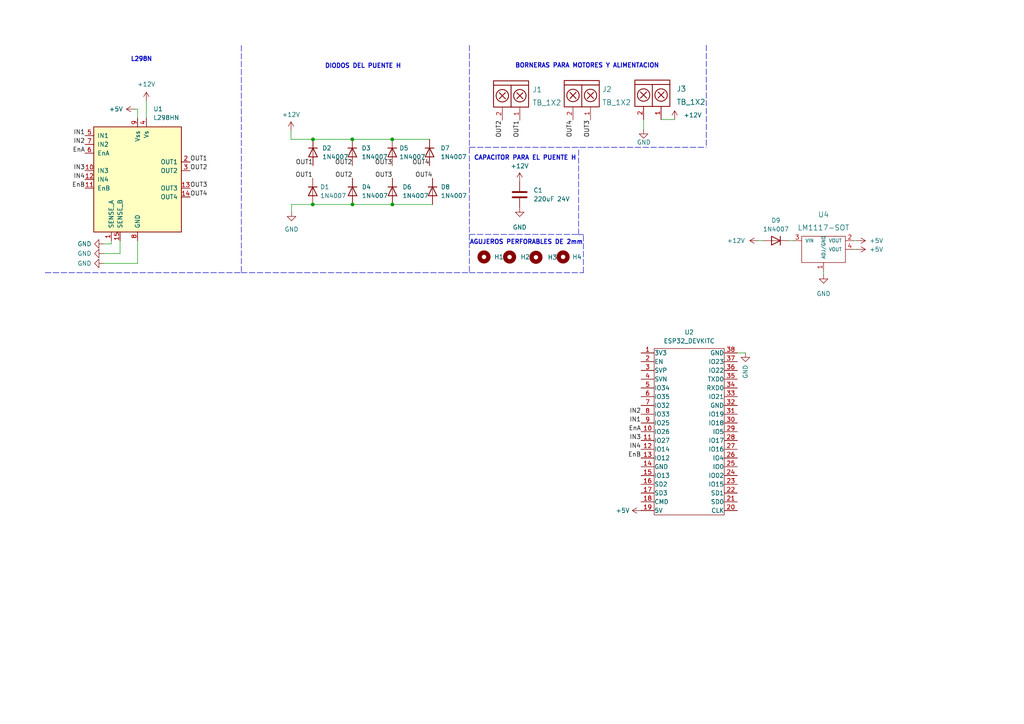
<source format=kicad_sch>
(kicad_sch (version 20211123) (generator eeschema)
  (paper "A4")
  (lib_symbols
    (symbol "Device:C" (pin_numbers hide) (pin_names (offset 0.254))
      (property "Reference" "C" (at 0.635 2.54 0))
      (property "Value" "C" (at 0.635 -2.54 0))
      (symbol "C_0_1"
        (polyline (pts (xy -2.032 -0.762) (xy 2.032 -0.762)) (stroke (width 0.508)))
        (polyline (pts (xy -2.032 0.762) (xy 2.032 0.762)) (stroke (width 0.508)))
      )
      (symbol "C_1_1"
        (pin passive line (at 0 3.81 270) (length 2.794) (name "~") (number "1"))
        (pin passive line (at 0 -3.81 90) (length 2.794) (name "~") (number "2"))
      )
    )
    (symbol "Diode:1N4007" (pin_numbers hide) (pin_names (offset 1.016) hide)
      (property "Reference" "D" (at 0 2.54 0))
      (property "Value" "1N4007" (at 0 -2.54 0))
      (symbol "1N4007_0_1"
        (polyline (pts (xy -1.27 1.27) (xy -1.27 -1.27)) (stroke (width 0.254)))
        (polyline (pts (xy 1.27 0) (xy -1.27 0)))
        (polyline (pts (xy 1.27 1.27) (xy 1.27 -1.27) (xy -1.27 0) (xy 1.27 1.27)) (stroke (width 0.254)))
      )
      (symbol "1N4007_1_1"
        (pin passive line (at -3.81 0 0) (length 2.54) (name "K") (number "1"))
        (pin passive line (at 3.81 0 180) (length 2.54) (name "A") (number "2"))
      )
    )
    (symbol "Driver_Motor:L298HN" (pin_names (offset 1.016))
      (property "Reference" "U" (at -10.16 16.51 0))
      (property "Value" "L298HN" (at 12.7 16.51 0))
      (symbol "L298HN_0_1"
        (rectangle (start -12.7 15.24) (end 12.7 -15.24) (stroke (width 0.254)) (fill (type background)))
      )
      (symbol "L298HN_1_1"
        (pin power_in line (at -7.62 -17.78 90) (length 2.54) (name "SENSE_A") (number "1"))
        (pin input line (at -15.24 2.54 0) (length 2.54) (name "IN3") (number "10"))
        (pin input line (at -15.24 -2.54 0) (length 2.54) (name "EnB") (number "11"))
        (pin input line (at -15.24 0 0) (length 2.54) (name "IN4") (number "12"))
        (pin output line (at 15.24 -2.54 180) (length 2.54) (name "OUT3") (number "13"))
        (pin output line (at 15.24 -5.08 180) (length 2.54) (name "OUT4") (number "14"))
        (pin power_in line (at -5.08 -17.78 90) (length 2.54) (name "SENSE_B") (number "15"))
        (pin output line (at 15.24 5.08 180) (length 2.54) (name "OUT1") (number "2"))
        (pin output line (at 15.24 2.54 180) (length 2.54) (name "OUT2") (number "3"))
        (pin power_in line (at 2.54 17.78 270) (length 2.54) (name "Vs") (number "4"))
        (pin input line (at -15.24 12.7 0) (length 2.54) (name "IN1") (number "5"))
        (pin input line (at -15.24 7.62 0) (length 2.54) (name "EnA") (number "6"))
        (pin input line (at -15.24 10.16 0) (length 2.54) (name "IN2") (number "7"))
        (pin power_in line (at 0 -17.78 90) (length 2.54) (name "GND") (number "8"))
        (pin power_in line (at 0 17.78 270) (length 2.54) (name "Vss") (number "9"))
      )
    )
    (symbol "EESTN5:ESP32_DEVKITC" (pin_names (offset 0.0254))
      (property "Reference" "U" (at 0 25.4 0))
      (property "Value" "ESP32_DEVKITC" (at 0 -25.4 0))
      (symbol "ESP32_DEVKITC_0_1"
        (rectangle (start -10.16 24.13) (end 10.16 -24.13))
      )
      (symbol "ESP32_DEVKITC_1_1"
        (pin passive line (at -13.97 22.86 0) (length 3.81) (name "3V3") (number "1"))
        (pin passive line (at -13.97 0 0) (length 3.81) (name "IO26") (number "10"))
        (pin passive line (at -13.97 -2.54 0) (length 3.81) (name "IO27") (number "11"))
        (pin passive line (at -13.97 -5.08 0) (length 3.81) (name "IO14") (number "12"))
        (pin passive line (at -13.97 -7.62 0) (length 3.81) (name "IO12") (number "13"))
        (pin passive line (at -13.97 -10.16 0) (length 3.81) (name "GND") (number "14"))
        (pin passive line (at -13.97 -12.7 0) (length 3.81) (name "IO13") (number "15"))
        (pin passive line (at -13.97 -15.24 0) (length 3.81) (name "SD2") (number "16"))
        (pin passive line (at -13.97 -17.78 0) (length 3.81) (name "SD3") (number "17"))
        (pin passive line (at -13.97 -20.32 0) (length 3.81) (name "CMD") (number "18"))
        (pin passive line (at -13.97 -22.86 0) (length 3.81) (name "5V") (number "19"))
        (pin passive line (at -13.97 20.32 0) (length 3.81) (name "EN") (number "2"))
        (pin passive line (at 13.97 -22.86 180) (length 3.81) (name "CLK") (number "20"))
        (pin passive line (at 13.97 -20.32 180) (length 3.81) (name "SD0") (number "21"))
        (pin passive line (at 13.97 -17.78 180) (length 3.81) (name "SD1") (number "22"))
        (pin passive line (at 13.97 -15.24 180) (length 3.81) (name "IO15") (number "23"))
        (pin passive line (at 13.97 -12.7 180) (length 3.81) (name "IO02") (number "24"))
        (pin passive line (at 13.97 -10.16 180) (length 3.81) (name "IO0") (number "25"))
        (pin passive line (at 13.97 -7.62 180) (length 3.81) (name "IO4") (number "26"))
        (pin passive line (at 13.97 -5.08 180) (length 3.81) (name "IO16") (number "27"))
        (pin passive line (at 13.97 -2.54 180) (length 3.81) (name "IO17") (number "28"))
        (pin passive line (at 13.97 0 180) (length 3.81) (name "IO5") (number "29"))
        (pin passive line (at -13.97 17.78 0) (length 3.81) (name "SVP") (number "3"))
        (pin passive line (at 13.97 2.54 180) (length 3.81) (name "IO18") (number "30"))
        (pin passive line (at 13.97 5.08 180) (length 3.81) (name "IO19") (number "31"))
        (pin passive line (at 13.97 7.62 180) (length 3.81) (name "GND") (number "32"))
        (pin passive line (at 13.97 10.16 180) (length 3.81) (name "IO21") (number "33"))
        (pin passive line (at 13.97 12.7 180) (length 3.81) (name "RXD0") (number "34"))
        (pin passive line (at 13.97 15.24 180) (length 3.81) (name "TXD0") (number "35"))
        (pin passive line (at 13.97 17.78 180) (length 3.81) (name "IO22") (number "36"))
        (pin passive line (at 13.97 20.32 180) (length 3.81) (name "IO23") (number "37"))
        (pin passive line (at 13.97 22.86 180) (length 3.81) (name "GND") (number "38"))
        (pin passive line (at -13.97 15.24 0) (length 3.81) (name "SVN") (number "4"))
        (pin passive line (at -13.97 12.7 0) (length 3.81) (name "IO34") (number "5"))
        (pin passive line (at -13.97 10.16 0) (length 3.81) (name "IO35") (number "6"))
        (pin passive line (at -13.97 7.62 0) (length 3.81) (name "IO32") (number "7"))
        (pin passive line (at -13.97 5.08 0) (length 3.81) (name "IO33") (number "8"))
        (pin passive line (at -13.97 2.54 0) (length 3.81) (name "IO25") (number "9"))
      )
    )
    (symbol "EESTN5:LM1117-SOT" (pin_names (offset 1.016))
      (property "Reference" "U" (at 0 5.08 0))
      (property "Value" "LM1117-SOT" (at 0 2.54 0))
      (property "Datasheet" "http://www.mouser.com/ds/2/282/lm1117-n-7107.pdf" (at 0 0 0))
      (symbol "LM1117-SOT_0_1"
        (rectangle (start -6.35 1.27) (end 6.35 -6.35))
      )
      (symbol "LM1117-SOT_1_1"
        (pin input line (at 0 -8.89 90) (length 2.54) (name "ADJ/GND") (number "1"))
        (pin input line (at 8.89 0 180) (length 2.54) (name "VOUT") (number "2"))
        (pin input line (at -8.89 0 0) (length 2.54) (name "VIN") (number "3"))
        (pin input line (at 8.89 -2.54 180) (length 2.54) (name "VOUT") (number "4"))
      )
    )
    (symbol "EESTN5:Mounting_Hole" (pin_names (offset 1.016))
      (property "Reference" "H" (at 0 5.08 0))
      (symbol "Mounting_Hole_0_1"
        (circle (center 0 0) (radius 1.27) (stroke (width 1.27)))
      )
    )
    (symbol "EESTN5:TB_1X2" (pin_names (offset 1.016))
      (property "Reference" "J" (at 0 7.62 0))
      (property "Value" "TB_1X2" (at 1.27 -7.62 0))
      (symbol "TB_1X2_0_1"
        (rectangle (start -2.54 5.08) (end 5.08 -5.08) (stroke (width 0.254)))
        (polyline (pts (xy -1.27 0) (xy 5.08 0)) (stroke (width 0.254)))
        (polyline (pts (xy -1.27 5.08) (xy -1.27 -5.08)) (stroke (width 0.254)))
        (polyline (pts (xy 0.889 -3.429) (xy 2.667 -1.651)) (stroke (width 0.254)))
        (polyline (pts (xy 0.889 -1.651) (xy 2.667 -3.429)) (stroke (width 0.254)))
        (polyline (pts (xy 0.889 1.651) (xy 2.667 3.429)) (stroke (width 0.254)))
        (polyline (pts (xy 0.889 3.429) (xy 2.667 1.651)) (stroke (width 0.254)))
        (circle (center 1.778 -2.54) (radius 1.8034) (stroke (width 0.254)))
        (circle (center 1.778 2.54) (radius 1.8034) (stroke (width 0.254)))
      )
      (symbol "TB_1X2_1_1"
        (pin input line (at 8.89 2.54 180) (length 3.81) (name "~") (number "1"))
        (pin input line (at 8.89 -2.54 180) (length 3.81) (name "~") (number "2"))
      )
    )
    (symbol "power:+12V" (power) (pin_names (offset 0))
      (property "Value" "+12V" (at 0 3.556 0))
      (symbol "+12V_0_1"
        (polyline (pts (xy -0.762 1.27) (xy 0 2.54)))
        (polyline (pts (xy 0 0) (xy 0 2.54)))
        (polyline (pts (xy 0 2.54) (xy 0.762 1.27)))
      )
      (symbol "+12V_1_1"
        (pin power_in line (at 0 0 90) (length 0) hide (name "+12V") (number "1"))
      )
    )
    (symbol "power:+5V" (power) (pin_names (offset 0))
      (property "Value" "+5V" (at 0 3.556 0))
      (symbol "+5V_0_1"
        (polyline (pts (xy -0.762 1.27) (xy 0 2.54)))
        (polyline (pts (xy 0 0) (xy 0 2.54)))
        (polyline (pts (xy 0 2.54) (xy 0.762 1.27)))
      )
      (symbol "+5V_1_1"
        (pin power_in line (at 0 0 90) (length 0) hide (name "+5V") (number "1"))
      )
    )
    (symbol "power:GND" (power) (pin_names (offset 0))
      (property "Value" "GND" (at 0 -3.81 0))
      (symbol "GND_0_1"
        (polyline (pts (xy 0 0) (xy 0 -1.27) (xy 1.27 -1.27) (xy 0 -2.54) (xy -1.27 -1.27) (xy 0 -1.27)))
      )
      (symbol "GND_1_1"
        (pin power_in line (at 0 0 270) (length 0) hide (name "GND") (number "1"))
      )
    )
  )
  (junction (at 113.8174 59.309))
  (junction (at 90.7796 40.4114))
  (junction (at 90.7034 59.309))
  (junction (at 102.235 59.309))
  (junction (at 113.7666 40.4114))
  (junction (at 102.1842 40.4114))
  (wire (pts (xy 113.7666 40.4114) (xy 124.587 40.4114)))
  (wire (pts (xy 32.2834 70.739) (xy 29.972 70.739)))
  (wire (pts (xy 84.5566 59.309) (xy 84.5566 61.4934)))
  (wire (pts (xy 186.6646 34.671) (xy 186.6646 37.5666)))
  (polyline (pts (xy 136.144 79.0956) (xy 169.2148 79.0956)))
  (wire (pts (xy 191.7446 34.671) (xy 195.6816 34.671)))
  (wire (pts (xy 113.8174 59.309) (xy 102.235 59.309)))
  (polyline (pts (xy 136.144 67.9958) (xy 167.8178 67.9958)))
  (wire (pts (xy 216.2048 102.362) (xy 213.868 102.362)))
  (polyline (pts (xy 167.8178 67.9958) (xy 167.8178 42.7228)))
  (polyline (pts (xy 136.1694 42.7228) (xy 204.851 42.7228)))
  (wire (pts (xy 90.7034 59.309) (xy 84.5566 59.309)))
  (wire (pts (xy 125.4506 59.309) (xy 113.8174 59.309)))
  (wire (pts (xy 90.7796 40.4114) (xy 102.1842 40.4114)))
  (wire (pts (xy 39.1922 31.6484) (xy 39.9034 31.6484)))
  (polyline (pts (xy 70.0024 13.1826) (xy 70.0024 79.0956)))
  (wire (pts (xy 102.1842 40.4114) (xy 113.7666 40.4114)))
  (wire (pts (xy 39.9034 69.8246) (xy 39.9034 76.4032)))
  (wire (pts (xy 238.8616 78.6892) (xy 238.8616 79.629)))
  (wire (pts (xy 84.4042 40.4114) (xy 90.7796 40.4114)))
  (wire (pts (xy 34.8234 73.533) (xy 29.972 73.533)))
  (polyline (pts (xy 70.0024 79.0956) (xy 136.144 79.0956)))
  (polyline (pts (xy 136.144 13.1318) (xy 136.144 79.0956)))
  (wire (pts (xy 102.235 59.309) (xy 90.7034 59.309)))
  (polyline (pts (xy 204.851 13.1064) (xy 204.851 42.7228)))
  (wire (pts (xy 247.7516 72.3392) (xy 248.4628 72.3392)))
  (wire (pts (xy 220.0148 69.7992) (xy 221.234 69.7992)))
  (wire (pts (xy 42.4434 29.2862) (xy 42.4434 34.2646)))
  (polyline (pts (xy 13.1064 79.0956) (xy 70.0024 79.0956)))
  (polyline (pts (xy 169.2148 79.0956) (xy 169.2148 68.0212)))
  (wire (pts (xy 228.854 69.7992) (xy 229.9716 69.7992)))
  (wire (pts (xy 34.8234 69.8246) (xy 34.8234 73.533)))
  (wire (pts (xy 84.4042 37.8714) (xy 84.4042 40.4114)))
  (wire (pts (xy 39.9034 31.6484) (xy 39.9034 34.2646)))
  (wire (pts (xy 39.9034 76.4032) (xy 29.972 76.4032)))
  (wire (pts (xy 32.2834 69.8246) (xy 32.2834 70.739)))
  (wire (pts (xy 247.7516 69.7992) (xy 248.4628 69.7992)))
  (polyline (pts (xy 169.2148 68.0212) (xy 167.8432 68.0212)))
  (text "L298N \n" (at 37.8714 18.0086 0) (effects (font (size 1.27 1.27) (thickness 0.254) bold) (justify left bottom)))
  (text "DIODOS DEL PUENTE H" (at 94.1832 19.9898 0) (effects (font (size 1.27 1.27) (thickness 0.254) bold) (justify left bottom)))
  (text "BORNERAS PARA MOTORES Y ALIMENTACION\n\n" (at 149.352 21.9202 0) (effects (font (size 1.27 1.27) (thickness 0.254) bold) (justify left bottom)))
  (text "AGUJEROS PERFORABLES DE 2mm\n" (at 136.1694 71.0692 0) (effects (font (size 1.27 1.27) bold) (justify left bottom)))
  (text "CAPACITOR PARA EL PUENTE H" (at 137.414 46.6344 0) (effects (font (size 1.27 1.27) bold) (justify left bottom)))
  (label "EnB" (at 185.928 132.842 180))
  (label "OUT2" (at 102.1842 48.0314 180))
  (label "OUT2" (at 55.1434 49.5046 0))
  (label "OUT3" (at 55.1434 54.5846 0))
  (label "OUT1" (at 90.7796 48.0314 180))
  (label "OUT4" (at 125.4506 51.689 180))
  (label "IN1" (at 24.6634 39.3446 180))
  (label "OUT2" (at 145.6944 34.8742 270))
  (label "OUT1" (at 150.7744 34.8742 270))
  (label "IN4" (at 24.6634 52.0446 180))
  (label "IN1" (at 185.928 122.682 180))
  (label "OUT4" (at 55.1434 57.1246 0))
  (label "OUT2" (at 102.235 51.689 180))
  (label "OUT3" (at 113.7666 48.0314 180))
  (label "IN3" (at 24.6634 49.5046 180))
  (label "OUT3" (at 113.8174 51.689 180))
  (label "EnA" (at 24.6634 44.4246 180))
  (label "IN4" (at 185.928 130.302 180))
  (label "IN3" (at 185.928 127.762 180))
  (label "OUT3" (at 171.2722 34.798 270))
  (label "EnB" (at 24.6634 54.5846 180))
  (label "OUT4" (at 166.1922 34.798 270))
  (label "IN2" (at 24.6634 41.8846 180))
  (label "EnA" (at 185.928 125.222 180))
  (label "OUT4" (at 124.587 48.0314 180))
  (label "IN2" (at 185.928 120.142 180))
  (label "OUT1" (at 55.1434 46.9646 0))
  (label "OUT1" (at 90.7034 51.689 180))
  (symbol (lib_id "power:GND") (at 150.7236 60.2742 0) (unit 1)
    (property "Reference" "#PWR0103" (effects hide))
    (property "Value" "GND" (at 150.7236 65.9384 0))
  )
  (symbol (lib_id "power:GND") (at 29.972 70.739 270) (unit 1)
    (property "Reference" "#PWR0109" (effects hide))
    (property "Value" "GND" (at 26.543 70.7389 90) (effects (justify right)))
  )
  (symbol (lib_id "EESTN5:Mounting_Hole") (at 147.8026 74.549 0) (unit 1)
    (property "Reference" "H2" (at 150.9522 74.5489 0) (effects (justify left)))
    (property "Value" "Mounting_Hole" (effects hide))
    (property "Footprint" "EESTN5:Tornillo_M3_8mm" (effects hide))
  )
  (symbol (lib_id "EESTN5:Mounting_Hole") (at 155.448 74.6252 0) (unit 1)
    (property "Reference" "H3" (at 158.8516 74.6251 0) (effects (justify left)))
    (property "Value" "Mounting_Hole" (effects hide))
    (property "Footprint" "EESTN5:Tornillo_M3_8mm" (effects hide))
  )
  (symbol (lib_id "power:GND") (at 29.972 73.533 270) (unit 1)
    (property "Reference" "#PWR0110" (effects hide))
    (property "Value" "GND" (at 22.4536 73.533 90) (effects (justify left)))
  )
  (symbol (lib_id "EESTN5:TB_1X2") (at 168.7322 25.908 270) (unit 1)
    (property "Reference" "J2" (at 174.5996 25.908 90) (effects (font (size 1.524 1.524)) (justify left)))
    (property "Value" "TB_1X2" (at 174.5996 29.718 90) (effects (font (size 1.524 1.524)) (justify left)))
    (property "Footprint" "EESTN5:BORNERA2_AZUL" (effects hide))
  )
  (symbol (lib_id "Diode:1N4007") (at 125.4506 55.499 270) (unit 1)
    (property "Reference" "D8" (at 127.8382 54.2289 90) (effects (justify left)))
    (property "Value" "1N4007" (at 127.8382 56.7689 90) (effects (justify left)))
    (property "Footprint" "Diode_SMD:D_0805_2012Metric" (effects hide))
    (property "Datasheet" "http://www.vishay.com/docs/88503/1n4001.pdf" (effects hide))
  )
  (symbol (lib_id "EESTN5:TB_1X2") (at 148.2344 25.9842 270) (unit 1)
    (property "Reference" "J1" (at 154.3812 25.9842 90) (effects (font (size 1.524 1.524)) (justify left)))
    (property "Value" "TB_1X2" (at 154.3812 29.7942 90) (effects (font (size 1.524 1.524)) (justify left)))
    (property "Footprint" "EESTN5:BORNERA2_AZUL" (effects hide))
  )
  (symbol (lib_id "Diode:1N4007") (at 102.1842 44.2214 270) (unit 1)
    (property "Reference" "D3" (at 104.8512 42.9513 90) (effects (justify left)))
    (property "Value" "1N4007" (at 104.8512 45.4913 90) (effects (justify left)))
    (property "Footprint" "Diode_SMD:D_0805_2012Metric" (effects hide))
    (property "Datasheet" "http://www.vishay.com/docs/88503/1n4001.pdf" (effects hide))
  )
  (symbol (lib_id "Driver_Motor:L298HN") (at 39.9034 52.0446 0) (unit 1)
    (property "Reference" "U1" (at 44.4628 31.5976 0) (effects (justify left)))
    (property "Value" "L298HN" (at 44.4628 34.1376 0) (effects (justify left)))
    (property "Footprint" "Package_TO_SOT_THT:TO-220-15_P2.54x2.54mm_StaggerOdd_Lead4.58mm_Vertical" (effects hide))
    (property "Datasheet" "http://www.st.com/st-web-ui/static/active/en/resource/technical/document/datasheet/CD00000240.pdf" (effects hide))
  )
  (symbol (lib_id "Diode:1N4007") (at 225.044 69.7992 180) (unit 1)
    (property "Reference" "D9" (at 225.044 63.9318 0))
    (property "Value" "1N4007" (at 225.044 66.4718 0))
    (property "Footprint" "Diode_SMD:D_0805_2012Metric" (effects hide))
    (property "Datasheet" "http://www.vishay.com/docs/88503/1n4001.pdf" (effects hide))
  )
  (symbol (lib_id "EESTN5:Mounting_Hole") (at 140.3858 74.5236 0) (unit 1)
    (property "Reference" "H1" (at 143.3322 74.5235 0) (effects (justify left)))
    (property "Value" "Mounting_Hole" (effects hide))
    (property "Footprint" "EESTN5:Tornillo_M3_8mm" (effects hide))
  )
  (symbol (lib_id "Diode:1N4007") (at 113.8174 55.499 270) (unit 1)
    (property "Reference" "D6" (at 116.713 54.2289 90) (effects (justify left)))
    (property "Value" "1N4007" (at 116.713 56.7689 90) (effects (justify left)))
    (property "Footprint" "Diode_SMD:D_0805_2012Metric" (effects hide))
    (property "Datasheet" "http://www.vishay.com/docs/88503/1n4001.pdf" (effects hide))
  )
  (symbol (lib_id "Diode:1N4007") (at 124.587 44.2214 270) (unit 1)
    (property "Reference" "D7" (at 127.762 42.9513 90) (effects (justify left)))
    (property "Value" "1N4007" (at 127.762 45.4913 90) (effects (justify left)))
    (property "Footprint" "Diode_SMD:D_0805_2012Metric" (effects hide))
    (property "Datasheet" "http://www.vishay.com/docs/88503/1n4001.pdf" (effects hide))
  )
  (symbol (lib_id "power:+5V") (at 185.928 148.082 90) (unit 1)
    (property "Reference" "#PWR0112" (effects hide))
    (property "Value" "+5V" (at 182.6514 148.0819 90) (effects (justify left)))
  )
  (symbol (lib_id "Diode:1N4007") (at 90.7034 55.499 270) (unit 1)
    (property "Reference" "D1" (at 92.837 54.2289 90) (effects (justify left)))
    (property "Value" "1N4007" (at 92.837 56.7689 90) (effects (justify left)))
    (property "Footprint" "Diode_SMD:D_0805_2012Metric" (effects hide))
    (property "Datasheet" "http://www.vishay.com/docs/88503/1n4001.pdf" (effects hide))
  )
  (symbol (lib_id "power:+12V") (at 220.0148 69.7992 90) (unit 1)
    (property "Reference" "#PWR0113" (effects hide))
    (property "Value" "+12V" (at 216.1032 69.7991 90) (effects (justify left)))
  )
  (symbol (lib_id "power:+5V") (at 248.4628 69.7992 270) (unit 1)
    (property "Reference" "#PWR0114" (effects hide))
    (property "Value" "+5V" (at 252.1204 69.7991 90) (effects (justify left)))
  )
  (symbol (lib_id "Diode:1N4007") (at 102.235 55.499 270) (unit 1)
    (property "Reference" "D4" (at 104.9274 54.2289 90) (effects (justify left)))
    (property "Value" "1N4007" (at 104.9274 56.7689 90) (effects (justify left)))
    (property "Footprint" "Diode_SMD:D_0805_2012Metric" (effects hide))
    (property "Datasheet" "http://www.vishay.com/docs/88503/1n4001.pdf" (effects hide))
  )
  (symbol (lib_id "power:+12V") (at 195.6816 34.671 0) (unit 1)
    (property "Reference" "#PWR0101" (effects hide))
    (property "Value" "+12V" (at 198.247 33.4009 0) (effects (justify left)))
  )
  (symbol (lib_id "power:GND") (at 238.8616 79.629 0) (unit 1)
    (property "Reference" "#PWR0115" (effects hide))
    (property "Value" "GND" (at 238.8616 85.1916 0))
  )
  (symbol (lib_id "power:GND") (at 29.972 76.4032 270) (unit 1)
    (property "Reference" "#PWR0108" (effects hide))
    (property "Value" "GND" (at 22.4536 76.4032 90) (effects (justify left)))
  )
  (symbol (lib_id "EESTN5:TB_1X2") (at 189.2046 25.781 270) (unit 1)
    (property "Reference" "J3" (at 196.1896 25.781 90) (effects (font (size 1.524 1.524)) (justify left)))
    (property "Value" "TB_1X2" (at 196.1896 29.591 90) (effects (font (size 1.524 1.524)) (justify left)))
    (property "Footprint" "EESTN5:BORNERA2_AZUL" (effects hide))
  )
  (symbol (lib_id "EESTN5:Mounting_Hole") (at 163.322 74.5236 0) (unit 1)
    (property "Reference" "H4" (at 165.989 74.5235 0) (effects (justify left)))
    (property "Value" "Mounting_Hole" (effects hide))
    (property "Footprint" "EESTN5:Tornillo_M3_8mm" (effects hide))
  )
  (symbol (lib_id "EESTN5:ESP32_DEVKITC") (at 199.898 125.222 0) (unit 1)
    (property "Reference" "U2" (at 199.898 96.3676 0))
    (property "Value" "ESP32_DEVKITC" (at 199.898 98.9076 0))
    (property "Footprint" "EESTN5:ESP32_DEVKITC" (effects hide))
  )
  (symbol (lib_id "power:GND") (at 186.6646 37.5666 0) (unit 1)
    (property "Reference" "#PWR0102" (effects hide))
    (property "Value" "GND" (at 184.6834 41.275 0) (effects (justify left)))
  )
  (symbol (lib_id "power:+5V") (at 248.4628 72.3392 270) (unit 1)
    (property "Reference" "#PWR0117" (effects hide))
    (property "Value" "+5V" (at 252.1204 72.3391 90) (effects (justify left)))
  )
  (symbol (lib_id "power:GND") (at 216.2048 102.362 0) (unit 1)
    (property "Reference" "#PWR0116" (effects hide))
    (property "Value" "GND" (at 216.2048 109.8804 90) (effects (justify left)))
  )
  (symbol (lib_id "power:+12V") (at 42.4434 29.2862 0) (unit 1)
    (property "Reference" "#PWR0107" (effects hide))
    (property "Value" "+12V" (at 42.4434 24.4348 0))
  )
  (symbol (lib_id "EESTN5:LM1117-SOT") (at 238.8616 69.7992 0) (unit 1)
    (property "Reference" "U4" (at 238.8616 62.23 0) (effects (font (size 1.524 1.524))))
    (property "Value" "LM1117-SOT" (at 238.8616 66.04 0) (effects (font (size 1.524 1.524))))
    (property "Footprint" "EESTN5:SOT223" (effects hide))
    (property "Datasheet" "http://www.mouser.com/ds/2/282/lm1117-n-7107.pdf" (effects hide))
  )
  (symbol (lib_id "power:+5V") (at 39.1922 31.6484 90) (unit 1)
    (property "Reference" "#PWR0111" (effects hide))
    (property "Value" "+5V" (at 35.687 31.6483 90) (effects (justify left)))
  )
  (symbol (lib_id "power:+12V") (at 150.7236 52.6542 0) (unit 1)
    (property "Reference" "#PWR0104" (effects hide))
    (property "Value" "+12V" (at 150.7236 48.1584 0))
  )
  (symbol (lib_id "power:+12V") (at 84.4042 37.8714 0) (unit 1)
    (property "Reference" "#PWR0106" (effects hide))
    (property "Value" "+12V" (at 84.4042 33.2486 0))
  )
  (symbol (lib_id "power:GND") (at 84.5566 61.4934 0) (unit 1)
    (property "Reference" "#PWR0105" (effects hide))
    (property "Value" "GND" (at 84.5566 66.5226 0))
  )
  (symbol (lib_id "Device:C") (at 150.7236 56.4642 0) (unit 1)
    (property "Reference" "C1" (at 154.7114 55.1941 0) (effects (justify left)))
    (property "Value" "220uF 24V" (at 154.7114 57.7341 0) (effects (justify left)))
    (property "Footprint" "EESTN5:CAP_ELEC_SMD_4X5.5" (effects hide))
  )
  (symbol (lib_id "Diode:1N4007") (at 90.7796 44.2214 270) (unit 1)
    (property "Reference" "D2" (at 93.4466 42.9513 90) (effects (justify left)))
    (property "Value" "1N4007" (at 93.4466 45.4913 90) (effects (justify left)))
    (property "Footprint" "Diode_SMD:D_0805_2012Metric" (effects hide))
    (property "Datasheet" "http://www.vishay.com/docs/88503/1n4001.pdf" (effects hide))
  )
  (symbol (lib_id "Diode:1N4007") (at 113.7666 44.2214 270) (unit 1)
    (property "Reference" "D5" (at 115.7986 42.9513 90) (effects (justify left)))
    (property "Value" "1N4007" (at 115.7986 45.4913 90) (effects (justify left)))
    (property "Footprint" "Diode_SMD:D_0805_2012Metric" (effects hide))
    (property "Datasheet" "http://www.vishay.com/docs/88503/1n4001.pdf" (effects hide))
  )
)
</source>
